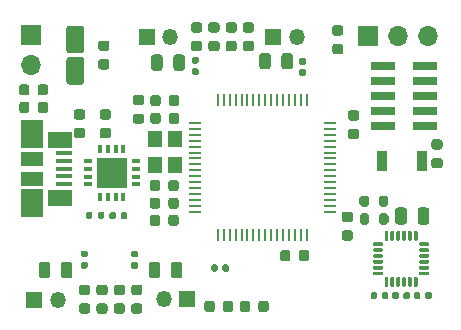
<source format=gbr>
G04 #@! TF.GenerationSoftware,KiCad,Pcbnew,(5.1.8)-1*
G04 #@! TF.CreationDate,2020-11-28T11:44:15-05:00*
G04 #@! TF.ProjectId,STM32_SMD_Quadcopter,53544d33-325f-4534-9d44-5f5175616463,rev?*
G04 #@! TF.SameCoordinates,PX2daf690PY1aab7d8*
G04 #@! TF.FileFunction,Soldermask,Top*
G04 #@! TF.FilePolarity,Negative*
%FSLAX46Y46*%
G04 Gerber Fmt 4.6, Leading zero omitted, Abs format (unit mm)*
G04 Created by KiCad (PCBNEW (5.1.8)-1) date 2020-11-28 11:44:15*
%MOMM*%
%LPD*%
G01*
G04 APERTURE LIST*
%ADD10R,1.000000X0.250000*%
%ADD11R,0.250000X1.000000*%
%ADD12R,0.350000X0.800000*%
%ADD13R,0.800000X0.350000*%
%ADD14R,2.500000X2.500000*%
%ADD15R,1.700000X1.700000*%
%ADD16O,1.700000X1.700000*%
%ADD17R,1.900000X1.175000*%
%ADD18R,1.900000X2.375000*%
%ADD19R,2.100000X1.475000*%
%ADD20R,1.380000X0.450000*%
%ADD21R,1.350000X1.350000*%
%ADD22O,1.350000X1.350000*%
%ADD23R,0.900000X1.700000*%
%ADD24R,2.100000X0.750000*%
%ADD25R,1.200000X1.400000*%
G04 APERTURE END LIST*
G36*
G01*
X33424400Y-23274200D02*
X33424400Y-23614200D01*
G75*
G02*
X33284400Y-23754200I-140000J0D01*
G01*
X33004400Y-23754200D01*
G75*
G02*
X32864400Y-23614200I0J140000D01*
G01*
X32864400Y-23274200D01*
G75*
G02*
X33004400Y-23134200I140000J0D01*
G01*
X33284400Y-23134200D01*
G75*
G02*
X33424400Y-23274200I0J-140000D01*
G01*
G37*
G36*
G01*
X32464400Y-23274200D02*
X32464400Y-23614200D01*
G75*
G02*
X32324400Y-23754200I-140000J0D01*
G01*
X32044400Y-23754200D01*
G75*
G02*
X31904400Y-23614200I0J140000D01*
G01*
X31904400Y-23274200D01*
G75*
G02*
X32044400Y-23134200I140000J0D01*
G01*
X32324400Y-23134200D01*
G75*
G02*
X32464400Y-23274200I0J-140000D01*
G01*
G37*
G36*
G01*
X30283600Y-19153700D02*
X30283600Y-19003700D01*
G75*
G02*
X30358600Y-18928700I75000J0D01*
G01*
X31058600Y-18928700D01*
G75*
G02*
X31133600Y-19003700I0J-75000D01*
G01*
X31133600Y-19153700D01*
G75*
G02*
X31058600Y-19228700I-75000J0D01*
G01*
X30358600Y-19228700D01*
G75*
G02*
X30283600Y-19153700I0J75000D01*
G01*
G37*
G36*
G01*
X30283600Y-19653700D02*
X30283600Y-19503700D01*
G75*
G02*
X30358600Y-19428700I75000J0D01*
G01*
X31058600Y-19428700D01*
G75*
G02*
X31133600Y-19503700I0J-75000D01*
G01*
X31133600Y-19653700D01*
G75*
G02*
X31058600Y-19728700I-75000J0D01*
G01*
X30358600Y-19728700D01*
G75*
G02*
X30283600Y-19653700I0J75000D01*
G01*
G37*
G36*
G01*
X30283600Y-20153700D02*
X30283600Y-20003700D01*
G75*
G02*
X30358600Y-19928700I75000J0D01*
G01*
X31058600Y-19928700D01*
G75*
G02*
X31133600Y-20003700I0J-75000D01*
G01*
X31133600Y-20153700D01*
G75*
G02*
X31058600Y-20228700I-75000J0D01*
G01*
X30358600Y-20228700D01*
G75*
G02*
X30283600Y-20153700I0J75000D01*
G01*
G37*
G36*
G01*
X30283600Y-20653700D02*
X30283600Y-20503700D01*
G75*
G02*
X30358600Y-20428700I75000J0D01*
G01*
X31058600Y-20428700D01*
G75*
G02*
X31133600Y-20503700I0J-75000D01*
G01*
X31133600Y-20653700D01*
G75*
G02*
X31058600Y-20728700I-75000J0D01*
G01*
X30358600Y-20728700D01*
G75*
G02*
X30283600Y-20653700I0J75000D01*
G01*
G37*
G36*
G01*
X30283600Y-21153700D02*
X30283600Y-21003700D01*
G75*
G02*
X30358600Y-20928700I75000J0D01*
G01*
X31058600Y-20928700D01*
G75*
G02*
X31133600Y-21003700I0J-75000D01*
G01*
X31133600Y-21153700D01*
G75*
G02*
X31058600Y-21228700I-75000J0D01*
G01*
X30358600Y-21228700D01*
G75*
G02*
X30283600Y-21153700I0J75000D01*
G01*
G37*
G36*
G01*
X30283600Y-21653700D02*
X30283600Y-21503700D01*
G75*
G02*
X30358600Y-21428700I75000J0D01*
G01*
X31058600Y-21428700D01*
G75*
G02*
X31133600Y-21503700I0J-75000D01*
G01*
X31133600Y-21653700D01*
G75*
G02*
X31058600Y-21728700I-75000J0D01*
G01*
X30358600Y-21728700D01*
G75*
G02*
X30283600Y-21653700I0J75000D01*
G01*
G37*
G36*
G01*
X31483600Y-22703700D02*
X31333600Y-22703700D01*
G75*
G02*
X31258600Y-22628700I0J75000D01*
G01*
X31258600Y-21928700D01*
G75*
G02*
X31333600Y-21853700I75000J0D01*
G01*
X31483600Y-21853700D01*
G75*
G02*
X31558600Y-21928700I0J-75000D01*
G01*
X31558600Y-22628700D01*
G75*
G02*
X31483600Y-22703700I-75000J0D01*
G01*
G37*
G36*
G01*
X31983600Y-22703700D02*
X31833600Y-22703700D01*
G75*
G02*
X31758600Y-22628700I0J75000D01*
G01*
X31758600Y-21928700D01*
G75*
G02*
X31833600Y-21853700I75000J0D01*
G01*
X31983600Y-21853700D01*
G75*
G02*
X32058600Y-21928700I0J-75000D01*
G01*
X32058600Y-22628700D01*
G75*
G02*
X31983600Y-22703700I-75000J0D01*
G01*
G37*
G36*
G01*
X32483600Y-22703700D02*
X32333600Y-22703700D01*
G75*
G02*
X32258600Y-22628700I0J75000D01*
G01*
X32258600Y-21928700D01*
G75*
G02*
X32333600Y-21853700I75000J0D01*
G01*
X32483600Y-21853700D01*
G75*
G02*
X32558600Y-21928700I0J-75000D01*
G01*
X32558600Y-22628700D01*
G75*
G02*
X32483600Y-22703700I-75000J0D01*
G01*
G37*
G36*
G01*
X32983600Y-22703700D02*
X32833600Y-22703700D01*
G75*
G02*
X32758600Y-22628700I0J75000D01*
G01*
X32758600Y-21928700D01*
G75*
G02*
X32833600Y-21853700I75000J0D01*
G01*
X32983600Y-21853700D01*
G75*
G02*
X33058600Y-21928700I0J-75000D01*
G01*
X33058600Y-22628700D01*
G75*
G02*
X32983600Y-22703700I-75000J0D01*
G01*
G37*
G36*
G01*
X33483600Y-22703700D02*
X33333600Y-22703700D01*
G75*
G02*
X33258600Y-22628700I0J75000D01*
G01*
X33258600Y-21928700D01*
G75*
G02*
X33333600Y-21853700I75000J0D01*
G01*
X33483600Y-21853700D01*
G75*
G02*
X33558600Y-21928700I0J-75000D01*
G01*
X33558600Y-22628700D01*
G75*
G02*
X33483600Y-22703700I-75000J0D01*
G01*
G37*
G36*
G01*
X33983600Y-22703700D02*
X33833600Y-22703700D01*
G75*
G02*
X33758600Y-22628700I0J75000D01*
G01*
X33758600Y-21928700D01*
G75*
G02*
X33833600Y-21853700I75000J0D01*
G01*
X33983600Y-21853700D01*
G75*
G02*
X34058600Y-21928700I0J-75000D01*
G01*
X34058600Y-22628700D01*
G75*
G02*
X33983600Y-22703700I-75000J0D01*
G01*
G37*
G36*
G01*
X34183600Y-21653700D02*
X34183600Y-21503700D01*
G75*
G02*
X34258600Y-21428700I75000J0D01*
G01*
X34958600Y-21428700D01*
G75*
G02*
X35033600Y-21503700I0J-75000D01*
G01*
X35033600Y-21653700D01*
G75*
G02*
X34958600Y-21728700I-75000J0D01*
G01*
X34258600Y-21728700D01*
G75*
G02*
X34183600Y-21653700I0J75000D01*
G01*
G37*
G36*
G01*
X34183600Y-21153700D02*
X34183600Y-21003700D01*
G75*
G02*
X34258600Y-20928700I75000J0D01*
G01*
X34958600Y-20928700D01*
G75*
G02*
X35033600Y-21003700I0J-75000D01*
G01*
X35033600Y-21153700D01*
G75*
G02*
X34958600Y-21228700I-75000J0D01*
G01*
X34258600Y-21228700D01*
G75*
G02*
X34183600Y-21153700I0J75000D01*
G01*
G37*
G36*
G01*
X34183600Y-20653700D02*
X34183600Y-20503700D01*
G75*
G02*
X34258600Y-20428700I75000J0D01*
G01*
X34958600Y-20428700D01*
G75*
G02*
X35033600Y-20503700I0J-75000D01*
G01*
X35033600Y-20653700D01*
G75*
G02*
X34958600Y-20728700I-75000J0D01*
G01*
X34258600Y-20728700D01*
G75*
G02*
X34183600Y-20653700I0J75000D01*
G01*
G37*
G36*
G01*
X34183600Y-20153700D02*
X34183600Y-20003700D01*
G75*
G02*
X34258600Y-19928700I75000J0D01*
G01*
X34958600Y-19928700D01*
G75*
G02*
X35033600Y-20003700I0J-75000D01*
G01*
X35033600Y-20153700D01*
G75*
G02*
X34958600Y-20228700I-75000J0D01*
G01*
X34258600Y-20228700D01*
G75*
G02*
X34183600Y-20153700I0J75000D01*
G01*
G37*
G36*
G01*
X34183600Y-19653700D02*
X34183600Y-19503700D01*
G75*
G02*
X34258600Y-19428700I75000J0D01*
G01*
X34958600Y-19428700D01*
G75*
G02*
X35033600Y-19503700I0J-75000D01*
G01*
X35033600Y-19653700D01*
G75*
G02*
X34958600Y-19728700I-75000J0D01*
G01*
X34258600Y-19728700D01*
G75*
G02*
X34183600Y-19653700I0J75000D01*
G01*
G37*
G36*
G01*
X34183600Y-19153700D02*
X34183600Y-19003700D01*
G75*
G02*
X34258600Y-18928700I75000J0D01*
G01*
X34958600Y-18928700D01*
G75*
G02*
X35033600Y-19003700I0J-75000D01*
G01*
X35033600Y-19153700D01*
G75*
G02*
X34958600Y-19228700I-75000J0D01*
G01*
X34258600Y-19228700D01*
G75*
G02*
X34183600Y-19153700I0J75000D01*
G01*
G37*
G36*
G01*
X33983600Y-18803700D02*
X33833600Y-18803700D01*
G75*
G02*
X33758600Y-18728700I0J75000D01*
G01*
X33758600Y-18028700D01*
G75*
G02*
X33833600Y-17953700I75000J0D01*
G01*
X33983600Y-17953700D01*
G75*
G02*
X34058600Y-18028700I0J-75000D01*
G01*
X34058600Y-18728700D01*
G75*
G02*
X33983600Y-18803700I-75000J0D01*
G01*
G37*
G36*
G01*
X33483600Y-18803700D02*
X33333600Y-18803700D01*
G75*
G02*
X33258600Y-18728700I0J75000D01*
G01*
X33258600Y-18028700D01*
G75*
G02*
X33333600Y-17953700I75000J0D01*
G01*
X33483600Y-17953700D01*
G75*
G02*
X33558600Y-18028700I0J-75000D01*
G01*
X33558600Y-18728700D01*
G75*
G02*
X33483600Y-18803700I-75000J0D01*
G01*
G37*
G36*
G01*
X32983600Y-18803700D02*
X32833600Y-18803700D01*
G75*
G02*
X32758600Y-18728700I0J75000D01*
G01*
X32758600Y-18028700D01*
G75*
G02*
X32833600Y-17953700I75000J0D01*
G01*
X32983600Y-17953700D01*
G75*
G02*
X33058600Y-18028700I0J-75000D01*
G01*
X33058600Y-18728700D01*
G75*
G02*
X32983600Y-18803700I-75000J0D01*
G01*
G37*
G36*
G01*
X32483600Y-18803700D02*
X32333600Y-18803700D01*
G75*
G02*
X32258600Y-18728700I0J75000D01*
G01*
X32258600Y-18028700D01*
G75*
G02*
X32333600Y-17953700I75000J0D01*
G01*
X32483600Y-17953700D01*
G75*
G02*
X32558600Y-18028700I0J-75000D01*
G01*
X32558600Y-18728700D01*
G75*
G02*
X32483600Y-18803700I-75000J0D01*
G01*
G37*
G36*
G01*
X31983600Y-18803700D02*
X31833600Y-18803700D01*
G75*
G02*
X31758600Y-18728700I0J75000D01*
G01*
X31758600Y-18028700D01*
G75*
G02*
X31833600Y-17953700I75000J0D01*
G01*
X31983600Y-17953700D01*
G75*
G02*
X32058600Y-18028700I0J-75000D01*
G01*
X32058600Y-18728700D01*
G75*
G02*
X31983600Y-18803700I-75000J0D01*
G01*
G37*
G36*
G01*
X31483600Y-18803700D02*
X31333600Y-18803700D01*
G75*
G02*
X31258600Y-18728700I0J75000D01*
G01*
X31258600Y-18028700D01*
G75*
G02*
X31333600Y-17953700I75000J0D01*
G01*
X31483600Y-17953700D01*
G75*
G02*
X31558600Y-18028700I0J-75000D01*
G01*
X31558600Y-18728700D01*
G75*
G02*
X31483600Y-18803700I-75000J0D01*
G01*
G37*
G36*
G01*
X5179350Y-7664900D02*
X5691850Y-7664900D01*
G75*
G02*
X5910600Y-7883650I0J-218750D01*
G01*
X5910600Y-8321150D01*
G75*
G02*
X5691850Y-8539900I-218750J0D01*
G01*
X5179350Y-8539900D01*
G75*
G02*
X4960600Y-8321150I0J218750D01*
G01*
X4960600Y-7883650D01*
G75*
G02*
X5179350Y-7664900I218750J0D01*
G01*
G37*
G36*
G01*
X5179350Y-9239900D02*
X5691850Y-9239900D01*
G75*
G02*
X5910600Y-9458650I0J-218750D01*
G01*
X5910600Y-9896150D01*
G75*
G02*
X5691850Y-10114900I-218750J0D01*
G01*
X5179350Y-10114900D01*
G75*
G02*
X4960600Y-9896150I0J218750D01*
G01*
X4960600Y-9458650D01*
G75*
G02*
X5179350Y-9239900I218750J0D01*
G01*
G37*
D10*
X15204200Y-8823000D03*
X15204200Y-9323000D03*
X15204200Y-9823000D03*
X15204200Y-10323000D03*
X15204200Y-10823000D03*
X15204200Y-11323000D03*
X15204200Y-11823000D03*
X15204200Y-12323000D03*
X15204200Y-12823000D03*
X15204200Y-13323000D03*
X15204200Y-13823000D03*
X15204200Y-14323000D03*
X15204200Y-14823000D03*
X15204200Y-15323000D03*
X15204200Y-15823000D03*
X15204200Y-16323000D03*
D11*
X17154200Y-18273000D03*
X17654200Y-18273000D03*
X18154200Y-18273000D03*
X18654200Y-18273000D03*
X19154200Y-18273000D03*
X19654200Y-18273000D03*
X20154200Y-18273000D03*
X20654200Y-18273000D03*
X21154200Y-18273000D03*
X21654200Y-18273000D03*
X22154200Y-18273000D03*
X22654200Y-18273000D03*
X23154200Y-18273000D03*
X23654200Y-18273000D03*
X24154200Y-18273000D03*
X24654200Y-18273000D03*
D10*
X26604200Y-16323000D03*
X26604200Y-15823000D03*
X26604200Y-15323000D03*
X26604200Y-14823000D03*
X26604200Y-14323000D03*
X26604200Y-13823000D03*
X26604200Y-13323000D03*
X26604200Y-12823000D03*
X26604200Y-12323000D03*
X26604200Y-11823000D03*
X26604200Y-11323000D03*
X26604200Y-10823000D03*
X26604200Y-10323000D03*
X26604200Y-9823000D03*
X26604200Y-9323000D03*
X26604200Y-8823000D03*
D11*
X24654200Y-6873000D03*
X24154200Y-6873000D03*
X23654200Y-6873000D03*
X23154200Y-6873000D03*
X22654200Y-6873000D03*
X22154200Y-6873000D03*
X21654200Y-6873000D03*
X21154200Y-6873000D03*
X20654200Y-6873000D03*
X20154200Y-6873000D03*
X19654200Y-6873000D03*
X19154200Y-6873000D03*
X18654200Y-6873000D03*
X18154200Y-6873000D03*
X17654200Y-6873000D03*
X17154200Y-6873000D03*
D12*
X9153800Y-11055600D03*
X8503800Y-11055600D03*
X7853800Y-11055600D03*
X7203800Y-11055600D03*
D13*
X6178800Y-12080600D03*
X6178800Y-12730600D03*
X6178800Y-13380600D03*
X6178800Y-14030600D03*
D12*
X7203800Y-15055600D03*
X7853800Y-15055600D03*
X8503800Y-15055600D03*
X9153800Y-15055600D03*
D13*
X10178800Y-14030600D03*
X10178800Y-13380600D03*
X10178800Y-12730600D03*
X10178800Y-12080600D03*
D14*
X8178800Y-13055600D03*
G36*
G01*
X27048750Y-553100D02*
X27561250Y-553100D01*
G75*
G02*
X27780000Y-771850I0J-218750D01*
G01*
X27780000Y-1209350D01*
G75*
G02*
X27561250Y-1428100I-218750J0D01*
G01*
X27048750Y-1428100D01*
G75*
G02*
X26830000Y-1209350I0J218750D01*
G01*
X26830000Y-771850D01*
G75*
G02*
X27048750Y-553100I218750J0D01*
G01*
G37*
G36*
G01*
X27048750Y-2128100D02*
X27561250Y-2128100D01*
G75*
G02*
X27780000Y-2346850I0J-218750D01*
G01*
X27780000Y-2784350D01*
G75*
G02*
X27561250Y-3003100I-218750J0D01*
G01*
X27048750Y-3003100D01*
G75*
G02*
X26830000Y-2784350I0J218750D01*
G01*
X26830000Y-2346850D01*
G75*
G02*
X27048750Y-2128100I218750J0D01*
G01*
G37*
G36*
G01*
X12999300Y-8689050D02*
X12999300Y-8176550D01*
G75*
G02*
X13218050Y-7957800I218750J0D01*
G01*
X13655550Y-7957800D01*
G75*
G02*
X13874300Y-8176550I0J-218750D01*
G01*
X13874300Y-8689050D01*
G75*
G02*
X13655550Y-8907800I-218750J0D01*
G01*
X13218050Y-8907800D01*
G75*
G02*
X12999300Y-8689050I0J218750D01*
G01*
G37*
G36*
G01*
X11424300Y-8689050D02*
X11424300Y-8176550D01*
G75*
G02*
X11643050Y-7957800I218750J0D01*
G01*
X12080550Y-7957800D01*
G75*
G02*
X12299300Y-8176550I0J-218750D01*
G01*
X12299300Y-8689050D01*
G75*
G02*
X12080550Y-8907800I-218750J0D01*
G01*
X11643050Y-8907800D01*
G75*
G02*
X11424300Y-8689050I0J218750D01*
G01*
G37*
G36*
G01*
X17071050Y-2748900D02*
X16558550Y-2748900D01*
G75*
G02*
X16339800Y-2530150I0J218750D01*
G01*
X16339800Y-2092650D01*
G75*
G02*
X16558550Y-1873900I218750J0D01*
G01*
X17071050Y-1873900D01*
G75*
G02*
X17289800Y-2092650I0J-218750D01*
G01*
X17289800Y-2530150D01*
G75*
G02*
X17071050Y-2748900I-218750J0D01*
G01*
G37*
G36*
G01*
X17071050Y-1173900D02*
X16558550Y-1173900D01*
G75*
G02*
X16339800Y-955150I0J218750D01*
G01*
X16339800Y-517650D01*
G75*
G02*
X16558550Y-298900I218750J0D01*
G01*
X17071050Y-298900D01*
G75*
G02*
X17289800Y-517650I0J-218750D01*
G01*
X17289800Y-955150D01*
G75*
G02*
X17071050Y-1173900I-218750J0D01*
G01*
G37*
D15*
X1346200Y-1346200D03*
D16*
X1346200Y-3886200D03*
D17*
X1454300Y-13540000D03*
X1454300Y-11860000D03*
D18*
X1454300Y-15610000D03*
X1454300Y-9790000D03*
D19*
X3754300Y-15162500D03*
X3754300Y-10237500D03*
D20*
X4114300Y-14000000D03*
X4114300Y-13350000D03*
X4114300Y-12700000D03*
X4114300Y-12050000D03*
X4114300Y-11400000D03*
G36*
G01*
X12273100Y-20828950D02*
X12273100Y-21741450D01*
G75*
G02*
X12029350Y-21985200I-243750J0D01*
G01*
X11541850Y-21985200D01*
G75*
G02*
X11298100Y-21741450I0J243750D01*
G01*
X11298100Y-20828950D01*
G75*
G02*
X11541850Y-20585200I243750J0D01*
G01*
X12029350Y-20585200D01*
G75*
G02*
X12273100Y-20828950I0J-243750D01*
G01*
G37*
G36*
G01*
X14148100Y-20828950D02*
X14148100Y-21741450D01*
G75*
G02*
X13904350Y-21985200I-243750J0D01*
G01*
X13416850Y-21985200D01*
G75*
G02*
X13173100Y-21741450I0J243750D01*
G01*
X13173100Y-20828950D01*
G75*
G02*
X13416850Y-20585200I243750J0D01*
G01*
X13904350Y-20585200D01*
G75*
G02*
X14148100Y-20828950I0J-243750D01*
G01*
G37*
G36*
G01*
X20660300Y-4050350D02*
X20660300Y-3137850D01*
G75*
G02*
X20904050Y-2894100I243750J0D01*
G01*
X21391550Y-2894100D01*
G75*
G02*
X21635300Y-3137850I0J-243750D01*
G01*
X21635300Y-4050350D01*
G75*
G02*
X21391550Y-4294100I-243750J0D01*
G01*
X20904050Y-4294100D01*
G75*
G02*
X20660300Y-4050350I0J243750D01*
G01*
G37*
G36*
G01*
X22535300Y-4050350D02*
X22535300Y-3137850D01*
G75*
G02*
X22779050Y-2894100I243750J0D01*
G01*
X23266550Y-2894100D01*
G75*
G02*
X23510300Y-3137850I0J-243750D01*
G01*
X23510300Y-4050350D01*
G75*
G02*
X23266550Y-4294100I-243750J0D01*
G01*
X22779050Y-4294100D01*
G75*
G02*
X22535300Y-4050350I0J243750D01*
G01*
G37*
G36*
G01*
X28374050Y-17201300D02*
X27861550Y-17201300D01*
G75*
G02*
X27642800Y-16982550I0J218750D01*
G01*
X27642800Y-16545050D01*
G75*
G02*
X27861550Y-16326300I218750J0D01*
G01*
X28374050Y-16326300D01*
G75*
G02*
X28592800Y-16545050I0J-218750D01*
G01*
X28592800Y-16982550D01*
G75*
G02*
X28374050Y-17201300I-218750J0D01*
G01*
G37*
G36*
G01*
X28374050Y-18776300D02*
X27861550Y-18776300D01*
G75*
G02*
X27642800Y-18557550I0J218750D01*
G01*
X27642800Y-18120050D01*
G75*
G02*
X27861550Y-17901300I218750J0D01*
G01*
X28374050Y-17901300D01*
G75*
G02*
X28592800Y-18120050I0J-218750D01*
G01*
X28592800Y-18557550D01*
G75*
G02*
X28374050Y-18776300I-218750J0D01*
G01*
G37*
G36*
G01*
X22422300Y-20309550D02*
X22422300Y-19797050D01*
G75*
G02*
X22641050Y-19578300I218750J0D01*
G01*
X23078550Y-19578300D01*
G75*
G02*
X23297300Y-19797050I0J-218750D01*
G01*
X23297300Y-20309550D01*
G75*
G02*
X23078550Y-20528300I-218750J0D01*
G01*
X22641050Y-20528300D01*
G75*
G02*
X22422300Y-20309550I0J218750D01*
G01*
G37*
G36*
G01*
X23997300Y-20309550D02*
X23997300Y-19797050D01*
G75*
G02*
X24216050Y-19578300I218750J0D01*
G01*
X24653550Y-19578300D01*
G75*
G02*
X24872300Y-19797050I0J-218750D01*
G01*
X24872300Y-20309550D01*
G75*
G02*
X24653550Y-20528300I-218750J0D01*
G01*
X24216050Y-20528300D01*
G75*
G02*
X23997300Y-20309550I0J218750D01*
G01*
G37*
G36*
G01*
X13378600Y-4164650D02*
X13378600Y-3252150D01*
G75*
G02*
X13622350Y-3008400I243750J0D01*
G01*
X14109850Y-3008400D01*
G75*
G02*
X14353600Y-3252150I0J-243750D01*
G01*
X14353600Y-4164650D01*
G75*
G02*
X14109850Y-4408400I-243750J0D01*
G01*
X13622350Y-4408400D01*
G75*
G02*
X13378600Y-4164650I0J243750D01*
G01*
G37*
G36*
G01*
X11503600Y-4164650D02*
X11503600Y-3252150D01*
G75*
G02*
X11747350Y-3008400I243750J0D01*
G01*
X12234850Y-3008400D01*
G75*
G02*
X12478600Y-3252150I0J-243750D01*
G01*
X12478600Y-4164650D01*
G75*
G02*
X12234850Y-4408400I-243750J0D01*
G01*
X11747350Y-4408400D01*
G75*
G02*
X11503600Y-4164650I0J243750D01*
G01*
G37*
G36*
G01*
X7749250Y-4298500D02*
X7236750Y-4298500D01*
G75*
G02*
X7018000Y-4079750I0J218750D01*
G01*
X7018000Y-3642250D01*
G75*
G02*
X7236750Y-3423500I218750J0D01*
G01*
X7749250Y-3423500D01*
G75*
G02*
X7968000Y-3642250I0J-218750D01*
G01*
X7968000Y-4079750D01*
G75*
G02*
X7749250Y-4298500I-218750J0D01*
G01*
G37*
G36*
G01*
X7749250Y-2723500D02*
X7236750Y-2723500D01*
G75*
G02*
X7018000Y-2504750I0J218750D01*
G01*
X7018000Y-2067250D01*
G75*
G02*
X7236750Y-1848500I218750J0D01*
G01*
X7749250Y-1848500D01*
G75*
G02*
X7968000Y-2067250I0J-218750D01*
G01*
X7968000Y-2504750D01*
G75*
G02*
X7749250Y-2723500I-218750J0D01*
G01*
G37*
G36*
G01*
X324300Y-6276050D02*
X324300Y-5763550D01*
G75*
G02*
X543050Y-5544800I218750J0D01*
G01*
X980550Y-5544800D01*
G75*
G02*
X1199300Y-5763550I0J-218750D01*
G01*
X1199300Y-6276050D01*
G75*
G02*
X980550Y-6494800I-218750J0D01*
G01*
X543050Y-6494800D01*
G75*
G02*
X324300Y-6276050I0J218750D01*
G01*
G37*
G36*
G01*
X1899300Y-6276050D02*
X1899300Y-5763550D01*
G75*
G02*
X2118050Y-5544800I218750J0D01*
G01*
X2555550Y-5544800D01*
G75*
G02*
X2774300Y-5763550I0J-218750D01*
G01*
X2774300Y-6276050D01*
G75*
G02*
X2555550Y-6494800I-218750J0D01*
G01*
X2118050Y-6494800D01*
G75*
G02*
X1899300Y-6276050I0J218750D01*
G01*
G37*
G36*
G01*
X12999100Y-7190450D02*
X12999100Y-6677950D01*
G75*
G02*
X13217850Y-6459200I218750J0D01*
G01*
X13655350Y-6459200D01*
G75*
G02*
X13874100Y-6677950I0J-218750D01*
G01*
X13874100Y-7190450D01*
G75*
G02*
X13655350Y-7409200I-218750J0D01*
G01*
X13217850Y-7409200D01*
G75*
G02*
X12999100Y-7190450I0J218750D01*
G01*
G37*
G36*
G01*
X11424100Y-7190450D02*
X11424100Y-6677950D01*
G75*
G02*
X11642850Y-6459200I218750J0D01*
G01*
X12080350Y-6459200D01*
G75*
G02*
X12299100Y-6677950I0J-218750D01*
G01*
X12299100Y-7190450D01*
G75*
G02*
X12080350Y-7409200I-218750J0D01*
G01*
X11642850Y-7409200D01*
G75*
G02*
X11424100Y-7190450I0J218750D01*
G01*
G37*
G36*
G01*
X1980900Y-21741450D02*
X1980900Y-20828950D01*
G75*
G02*
X2224650Y-20585200I243750J0D01*
G01*
X2712150Y-20585200D01*
G75*
G02*
X2955900Y-20828950I0J-243750D01*
G01*
X2955900Y-21741450D01*
G75*
G02*
X2712150Y-21985200I-243750J0D01*
G01*
X2224650Y-21985200D01*
G75*
G02*
X1980900Y-21741450I0J243750D01*
G01*
G37*
G36*
G01*
X3855900Y-21741450D02*
X3855900Y-20828950D01*
G75*
G02*
X4099650Y-20585200I243750J0D01*
G01*
X4587150Y-20585200D01*
G75*
G02*
X4830900Y-20828950I0J-243750D01*
G01*
X4830900Y-21741450D01*
G75*
G02*
X4587150Y-21985200I-243750J0D01*
G01*
X4099650Y-21985200D01*
G75*
G02*
X3855900Y-21741450I0J243750D01*
G01*
G37*
G36*
G01*
X12261000Y-16812550D02*
X12261000Y-17325050D01*
G75*
G02*
X12042250Y-17543800I-218750J0D01*
G01*
X11604750Y-17543800D01*
G75*
G02*
X11386000Y-17325050I0J218750D01*
G01*
X11386000Y-16812550D01*
G75*
G02*
X11604750Y-16593800I218750J0D01*
G01*
X12042250Y-16593800D01*
G75*
G02*
X12261000Y-16812550I0J-218750D01*
G01*
G37*
G36*
G01*
X13836000Y-16812550D02*
X13836000Y-17325050D01*
G75*
G02*
X13617250Y-17543800I-218750J0D01*
G01*
X13179750Y-17543800D01*
G75*
G02*
X12961000Y-17325050I0J218750D01*
G01*
X12961000Y-16812550D01*
G75*
G02*
X13179750Y-16593800I218750J0D01*
G01*
X13617250Y-16593800D01*
G75*
G02*
X13836000Y-16812550I0J-218750D01*
G01*
G37*
G36*
G01*
X7363750Y-7664900D02*
X7876250Y-7664900D01*
G75*
G02*
X8095000Y-7883650I0J-218750D01*
G01*
X8095000Y-8321150D01*
G75*
G02*
X7876250Y-8539900I-218750J0D01*
G01*
X7363750Y-8539900D01*
G75*
G02*
X7145000Y-8321150I0J218750D01*
G01*
X7145000Y-7883650D01*
G75*
G02*
X7363750Y-7664900I218750J0D01*
G01*
G37*
G36*
G01*
X7363750Y-9239900D02*
X7876250Y-9239900D01*
G75*
G02*
X8095000Y-9458650I0J-218750D01*
G01*
X8095000Y-9896150D01*
G75*
G02*
X7876250Y-10114900I-218750J0D01*
G01*
X7363750Y-10114900D01*
G75*
G02*
X7145000Y-9896150I0J218750D01*
G01*
X7145000Y-9458650D01*
G75*
G02*
X7363750Y-9239900I218750J0D01*
G01*
G37*
D21*
X1595489Y-23781302D03*
D22*
X3595489Y-23781302D03*
X12554200Y-23761700D03*
D21*
X14554200Y-23761700D03*
X21818600Y-1536700D03*
D22*
X23818600Y-1536700D03*
X13125200Y-1536700D03*
D21*
X11125200Y-1536700D03*
G36*
G01*
X5611150Y-22523900D02*
X6123650Y-22523900D01*
G75*
G02*
X6342400Y-22742650I0J-218750D01*
G01*
X6342400Y-23180150D01*
G75*
G02*
X6123650Y-23398900I-218750J0D01*
G01*
X5611150Y-23398900D01*
G75*
G02*
X5392400Y-23180150I0J218750D01*
G01*
X5392400Y-22742650D01*
G75*
G02*
X5611150Y-22523900I218750J0D01*
G01*
G37*
G36*
G01*
X5611150Y-24098900D02*
X6123650Y-24098900D01*
G75*
G02*
X6342400Y-24317650I0J-218750D01*
G01*
X6342400Y-24755150D01*
G75*
G02*
X6123650Y-24973900I-218750J0D01*
G01*
X5611150Y-24973900D01*
G75*
G02*
X5392400Y-24755150I0J218750D01*
G01*
X5392400Y-24317650D01*
G75*
G02*
X5611150Y-24098900I218750J0D01*
G01*
G37*
G36*
G01*
X7084350Y-24099100D02*
X7596850Y-24099100D01*
G75*
G02*
X7815600Y-24317850I0J-218750D01*
G01*
X7815600Y-24755350D01*
G75*
G02*
X7596850Y-24974100I-218750J0D01*
G01*
X7084350Y-24974100D01*
G75*
G02*
X6865600Y-24755350I0J218750D01*
G01*
X6865600Y-24317850D01*
G75*
G02*
X7084350Y-24099100I218750J0D01*
G01*
G37*
G36*
G01*
X7084350Y-22524100D02*
X7596850Y-22524100D01*
G75*
G02*
X7815600Y-22742850I0J-218750D01*
G01*
X7815600Y-23180350D01*
G75*
G02*
X7596850Y-23399100I-218750J0D01*
G01*
X7084350Y-23399100D01*
G75*
G02*
X6865600Y-23180350I0J218750D01*
G01*
X6865600Y-22742850D01*
G75*
G02*
X7084350Y-22524100I218750J0D01*
G01*
G37*
G36*
G01*
X1199300Y-7249450D02*
X1199300Y-7761950D01*
G75*
G02*
X980550Y-7980700I-218750J0D01*
G01*
X543050Y-7980700D01*
G75*
G02*
X324300Y-7761950I0J218750D01*
G01*
X324300Y-7249450D01*
G75*
G02*
X543050Y-7030700I218750J0D01*
G01*
X980550Y-7030700D01*
G75*
G02*
X1199300Y-7249450I0J-218750D01*
G01*
G37*
G36*
G01*
X2774300Y-7249450D02*
X2774300Y-7761950D01*
G75*
G02*
X2555550Y-7980700I-218750J0D01*
G01*
X2118050Y-7980700D01*
G75*
G02*
X1899300Y-7761950I0J218750D01*
G01*
X1899300Y-7249450D01*
G75*
G02*
X2118050Y-7030700I218750J0D01*
G01*
X2555550Y-7030700D01*
G75*
G02*
X2774300Y-7249450I0J-218750D01*
G01*
G37*
G36*
G01*
X10682950Y-8895700D02*
X10170450Y-8895700D01*
G75*
G02*
X9951700Y-8676950I0J218750D01*
G01*
X9951700Y-8239450D01*
G75*
G02*
X10170450Y-8020700I218750J0D01*
G01*
X10682950Y-8020700D01*
G75*
G02*
X10901700Y-8239450I0J-218750D01*
G01*
X10901700Y-8676950D01*
G75*
G02*
X10682950Y-8895700I-218750J0D01*
G01*
G37*
G36*
G01*
X10682950Y-7320700D02*
X10170450Y-7320700D01*
G75*
G02*
X9951700Y-7101950I0J218750D01*
G01*
X9951700Y-6664450D01*
G75*
G02*
X10170450Y-6445700I218750J0D01*
G01*
X10682950Y-6445700D01*
G75*
G02*
X10901700Y-6664450I0J-218750D01*
G01*
X10901700Y-7101950D01*
G75*
G02*
X10682950Y-7320700I-218750J0D01*
G01*
G37*
G36*
G01*
X10030750Y-22523900D02*
X10543250Y-22523900D01*
G75*
G02*
X10762000Y-22742650I0J-218750D01*
G01*
X10762000Y-23180150D01*
G75*
G02*
X10543250Y-23398900I-218750J0D01*
G01*
X10030750Y-23398900D01*
G75*
G02*
X9812000Y-23180150I0J218750D01*
G01*
X9812000Y-22742650D01*
G75*
G02*
X10030750Y-22523900I218750J0D01*
G01*
G37*
G36*
G01*
X10030750Y-24098900D02*
X10543250Y-24098900D01*
G75*
G02*
X10762000Y-24317650I0J-218750D01*
G01*
X10762000Y-24755150D01*
G75*
G02*
X10543250Y-24973900I-218750J0D01*
G01*
X10030750Y-24973900D01*
G75*
G02*
X9812000Y-24755150I0J218750D01*
G01*
X9812000Y-24317650D01*
G75*
G02*
X10030750Y-24098900I218750J0D01*
G01*
G37*
G36*
G01*
X8557550Y-24099000D02*
X9070050Y-24099000D01*
G75*
G02*
X9288800Y-24317750I0J-218750D01*
G01*
X9288800Y-24755250D01*
G75*
G02*
X9070050Y-24974000I-218750J0D01*
G01*
X8557550Y-24974000D01*
G75*
G02*
X8338800Y-24755250I0J218750D01*
G01*
X8338800Y-24317750D01*
G75*
G02*
X8557550Y-24099000I218750J0D01*
G01*
G37*
G36*
G01*
X8557550Y-22524000D02*
X9070050Y-22524000D01*
G75*
G02*
X9288800Y-22742750I0J-218750D01*
G01*
X9288800Y-23180250D01*
G75*
G02*
X9070050Y-23399000I-218750J0D01*
G01*
X8557550Y-23399000D01*
G75*
G02*
X8338800Y-23180250I0J218750D01*
G01*
X8338800Y-22742750D01*
G75*
G02*
X8557550Y-22524000I218750J0D01*
G01*
G37*
G36*
G01*
X19992050Y-1174000D02*
X19479550Y-1174000D01*
G75*
G02*
X19260800Y-955250I0J218750D01*
G01*
X19260800Y-517750D01*
G75*
G02*
X19479550Y-299000I218750J0D01*
G01*
X19992050Y-299000D01*
G75*
G02*
X20210800Y-517750I0J-218750D01*
G01*
X20210800Y-955250D01*
G75*
G02*
X19992050Y-1174000I-218750J0D01*
G01*
G37*
G36*
G01*
X19992050Y-2749000D02*
X19479550Y-2749000D01*
G75*
G02*
X19260800Y-2530250I0J218750D01*
G01*
X19260800Y-2092750D01*
G75*
G02*
X19479550Y-1874000I218750J0D01*
G01*
X19992050Y-1874000D01*
G75*
G02*
X20210800Y-2092750I0J-218750D01*
G01*
X20210800Y-2530250D01*
G75*
G02*
X19992050Y-2749000I-218750J0D01*
G01*
G37*
G36*
G01*
X18531550Y-2749100D02*
X18019050Y-2749100D01*
G75*
G02*
X17800300Y-2530350I0J218750D01*
G01*
X17800300Y-2092850D01*
G75*
G02*
X18019050Y-1874100I218750J0D01*
G01*
X18531550Y-1874100D01*
G75*
G02*
X18750300Y-2092850I0J-218750D01*
G01*
X18750300Y-2530350D01*
G75*
G02*
X18531550Y-2749100I-218750J0D01*
G01*
G37*
G36*
G01*
X18531550Y-1174100D02*
X18019050Y-1174100D01*
G75*
G02*
X17800300Y-955350I0J218750D01*
G01*
X17800300Y-517850D01*
G75*
G02*
X18019050Y-299100I218750J0D01*
G01*
X18531550Y-299100D01*
G75*
G02*
X18750300Y-517850I0J-218750D01*
G01*
X18750300Y-955350D01*
G75*
G02*
X18531550Y-1174100I-218750J0D01*
G01*
G37*
G36*
G01*
X15610550Y-1174000D02*
X15098050Y-1174000D01*
G75*
G02*
X14879300Y-955250I0J218750D01*
G01*
X14879300Y-517750D01*
G75*
G02*
X15098050Y-299000I218750J0D01*
G01*
X15610550Y-299000D01*
G75*
G02*
X15829300Y-517750I0J-218750D01*
G01*
X15829300Y-955250D01*
G75*
G02*
X15610550Y-1174000I-218750J0D01*
G01*
G37*
G36*
G01*
X15610550Y-2749000D02*
X15098050Y-2749000D01*
G75*
G02*
X14879300Y-2530250I0J218750D01*
G01*
X14879300Y-2092750D01*
G75*
G02*
X15098050Y-1874000I218750J0D01*
G01*
X15610550Y-1874000D01*
G75*
G02*
X15829300Y-2092750I0J-218750D01*
G01*
X15829300Y-2530250D01*
G75*
G02*
X15610550Y-2749000I-218750J0D01*
G01*
G37*
G36*
G01*
X12261100Y-15352050D02*
X12261100Y-15864550D01*
G75*
G02*
X12042350Y-16083300I-218750J0D01*
G01*
X11604850Y-16083300D01*
G75*
G02*
X11386100Y-15864550I0J218750D01*
G01*
X11386100Y-15352050D01*
G75*
G02*
X11604850Y-15133300I218750J0D01*
G01*
X12042350Y-15133300D01*
G75*
G02*
X12261100Y-15352050I0J-218750D01*
G01*
G37*
G36*
G01*
X13836100Y-15352050D02*
X13836100Y-15864550D01*
G75*
G02*
X13617350Y-16083300I-218750J0D01*
G01*
X13179850Y-16083300D01*
G75*
G02*
X12961100Y-15864550I0J218750D01*
G01*
X12961100Y-15352050D01*
G75*
G02*
X13179850Y-15133300I218750J0D01*
G01*
X13617350Y-15133300D01*
G75*
G02*
X13836100Y-15352050I0J-218750D01*
G01*
G37*
G36*
G01*
X35443450Y-10205000D02*
X35955950Y-10205000D01*
G75*
G02*
X36174700Y-10423750I0J-218750D01*
G01*
X36174700Y-10861250D01*
G75*
G02*
X35955950Y-11080000I-218750J0D01*
G01*
X35443450Y-11080000D01*
G75*
G02*
X35224700Y-10861250I0J218750D01*
G01*
X35224700Y-10423750D01*
G75*
G02*
X35443450Y-10205000I218750J0D01*
G01*
G37*
G36*
G01*
X35443450Y-11780000D02*
X35955950Y-11780000D01*
G75*
G02*
X36174700Y-11998750I0J-218750D01*
G01*
X36174700Y-12436250D01*
G75*
G02*
X35955950Y-12655000I-218750J0D01*
G01*
X35443450Y-12655000D01*
G75*
G02*
X35224700Y-12436250I0J218750D01*
G01*
X35224700Y-11998750D01*
G75*
G02*
X35443450Y-11780000I218750J0D01*
G01*
G37*
D23*
X31017000Y-12039600D03*
X34417000Y-12039600D03*
G36*
G01*
X5580000Y-5577600D02*
X4580000Y-5577600D01*
G75*
G02*
X4330000Y-5327600I0J250000D01*
G01*
X4330000Y-3477600D01*
G75*
G02*
X4580000Y-3227600I250000J0D01*
G01*
X5580000Y-3227600D01*
G75*
G02*
X5830000Y-3477600I0J-250000D01*
G01*
X5830000Y-5327600D01*
G75*
G02*
X5580000Y-5577600I-250000J0D01*
G01*
G37*
G36*
G01*
X5580000Y-2927600D02*
X4580000Y-2927600D01*
G75*
G02*
X4330000Y-2677600I0J250000D01*
G01*
X4330000Y-827600D01*
G75*
G02*
X4580000Y-577600I250000J0D01*
G01*
X5580000Y-577600D01*
G75*
G02*
X5830000Y-827600I0J-250000D01*
G01*
X5830000Y-2677600D01*
G75*
G02*
X5580000Y-2927600I-250000J0D01*
G01*
G37*
G36*
G01*
X28382250Y-9316100D02*
X28894750Y-9316100D01*
G75*
G02*
X29113500Y-9534850I0J-218750D01*
G01*
X29113500Y-9972350D01*
G75*
G02*
X28894750Y-10191100I-218750J0D01*
G01*
X28382250Y-10191100D01*
G75*
G02*
X28163500Y-9972350I0J218750D01*
G01*
X28163500Y-9534850D01*
G75*
G02*
X28382250Y-9316100I218750J0D01*
G01*
G37*
G36*
G01*
X28382250Y-7741100D02*
X28894750Y-7741100D01*
G75*
G02*
X29113500Y-7959850I0J-218750D01*
G01*
X29113500Y-8397350D01*
G75*
G02*
X28894750Y-8616100I-218750J0D01*
G01*
X28382250Y-8616100D01*
G75*
G02*
X28163500Y-8397350I0J218750D01*
G01*
X28163500Y-7959850D01*
G75*
G02*
X28382250Y-7741100I218750J0D01*
G01*
G37*
G36*
G01*
X13823500Y-13866150D02*
X13823500Y-14378650D01*
G75*
G02*
X13604750Y-14597400I-218750J0D01*
G01*
X13167250Y-14597400D01*
G75*
G02*
X12948500Y-14378650I0J218750D01*
G01*
X12948500Y-13866150D01*
G75*
G02*
X13167250Y-13647400I218750J0D01*
G01*
X13604750Y-13647400D01*
G75*
G02*
X13823500Y-13866150I0J-218750D01*
G01*
G37*
G36*
G01*
X12248500Y-13866150D02*
X12248500Y-14378650D01*
G75*
G02*
X12029750Y-14597400I-218750J0D01*
G01*
X11592250Y-14597400D01*
G75*
G02*
X11373500Y-14378650I0J218750D01*
G01*
X11373500Y-13866150D01*
G75*
G02*
X11592250Y-13647400I218750J0D01*
G01*
X12029750Y-13647400D01*
G75*
G02*
X12248500Y-13866150I0J-218750D01*
G01*
G37*
D15*
X29845000Y-1473200D03*
D16*
X32385000Y-1473200D03*
X34925000Y-1473200D03*
G36*
G01*
X17583800Y-24614850D02*
X17583800Y-24102350D01*
G75*
G02*
X17802550Y-23883600I218750J0D01*
G01*
X18240050Y-23883600D01*
G75*
G02*
X18458800Y-24102350I0J-218750D01*
G01*
X18458800Y-24614850D01*
G75*
G02*
X18240050Y-24833600I-218750J0D01*
G01*
X17802550Y-24833600D01*
G75*
G02*
X17583800Y-24614850I0J218750D01*
G01*
G37*
G36*
G01*
X16008800Y-24614850D02*
X16008800Y-24102350D01*
G75*
G02*
X16227550Y-23883600I218750J0D01*
G01*
X16665050Y-23883600D01*
G75*
G02*
X16883800Y-24102350I0J-218750D01*
G01*
X16883800Y-24614850D01*
G75*
G02*
X16665050Y-24833600I-218750J0D01*
G01*
X16227550Y-24833600D01*
G75*
G02*
X16008800Y-24614850I0J218750D01*
G01*
G37*
G36*
G01*
X18993400Y-24614850D02*
X18993400Y-24102350D01*
G75*
G02*
X19212150Y-23883600I218750J0D01*
G01*
X19649650Y-23883600D01*
G75*
G02*
X19868400Y-24102350I0J-218750D01*
G01*
X19868400Y-24614850D01*
G75*
G02*
X19649650Y-24833600I-218750J0D01*
G01*
X19212150Y-24833600D01*
G75*
G02*
X18993400Y-24614850I0J218750D01*
G01*
G37*
G36*
G01*
X20568400Y-24614850D02*
X20568400Y-24102350D01*
G75*
G02*
X20787150Y-23883600I218750J0D01*
G01*
X21224650Y-23883600D01*
G75*
G02*
X21443400Y-24102350I0J-218750D01*
G01*
X21443400Y-24614850D01*
G75*
G02*
X21224650Y-24833600I-218750J0D01*
G01*
X20787150Y-24833600D01*
G75*
G02*
X20568400Y-24614850I0J218750D01*
G01*
G37*
D24*
X34693000Y-4038600D03*
X31093000Y-4038600D03*
X34693000Y-5308600D03*
X31093000Y-5308600D03*
X34693000Y-6578600D03*
X31093000Y-6578600D03*
X34693000Y-7848600D03*
X31093000Y-7848600D03*
X34693000Y-9118600D03*
X31093000Y-9118600D03*
D25*
X11799200Y-10177600D03*
X11799200Y-12377600D03*
X13499200Y-12377600D03*
X13499200Y-10177600D03*
G36*
G01*
X6516400Y-16464700D02*
X6516400Y-16834700D01*
G75*
G02*
X6381400Y-16969700I-135000J0D01*
G01*
X6111400Y-16969700D01*
G75*
G02*
X5976400Y-16834700I0J135000D01*
G01*
X5976400Y-16464700D01*
G75*
G02*
X6111400Y-16329700I135000J0D01*
G01*
X6381400Y-16329700D01*
G75*
G02*
X6516400Y-16464700I0J-135000D01*
G01*
G37*
G36*
G01*
X7536400Y-16464700D02*
X7536400Y-16834700D01*
G75*
G02*
X7401400Y-16969700I-135000J0D01*
G01*
X7131400Y-16969700D01*
G75*
G02*
X6996400Y-16834700I0J135000D01*
G01*
X6996400Y-16464700D01*
G75*
G02*
X7131400Y-16329700I135000J0D01*
G01*
X7401400Y-16329700D01*
G75*
G02*
X7536400Y-16464700I0J-135000D01*
G01*
G37*
G36*
G01*
X5672000Y-20593600D02*
X6012000Y-20593600D01*
G75*
G02*
X6152000Y-20733600I0J-140000D01*
G01*
X6152000Y-21013600D01*
G75*
G02*
X6012000Y-21153600I-140000J0D01*
G01*
X5672000Y-21153600D01*
G75*
G02*
X5532000Y-21013600I0J140000D01*
G01*
X5532000Y-20733600D01*
G75*
G02*
X5672000Y-20593600I140000J0D01*
G01*
G37*
G36*
G01*
X5672000Y-19633600D02*
X6012000Y-19633600D01*
G75*
G02*
X6152000Y-19773600I0J-140000D01*
G01*
X6152000Y-20053600D01*
G75*
G02*
X6012000Y-20193600I-140000J0D01*
G01*
X5672000Y-20193600D01*
G75*
G02*
X5532000Y-20053600I0J140000D01*
G01*
X5532000Y-19773600D01*
G75*
G02*
X5672000Y-19633600I140000J0D01*
G01*
G37*
G36*
G01*
X9939200Y-19646300D02*
X10279200Y-19646300D01*
G75*
G02*
X10419200Y-19786300I0J-140000D01*
G01*
X10419200Y-20066300D01*
G75*
G02*
X10279200Y-20206300I-140000J0D01*
G01*
X9939200Y-20206300D01*
G75*
G02*
X9799200Y-20066300I0J140000D01*
G01*
X9799200Y-19786300D01*
G75*
G02*
X9939200Y-19646300I140000J0D01*
G01*
G37*
G36*
G01*
X9939200Y-20606300D02*
X10279200Y-20606300D01*
G75*
G02*
X10419200Y-20746300I0J-140000D01*
G01*
X10419200Y-21026300D01*
G75*
G02*
X10279200Y-21166300I-140000J0D01*
G01*
X9939200Y-21166300D01*
G75*
G02*
X9799200Y-21026300I0J140000D01*
G01*
X9799200Y-20746300D01*
G75*
G02*
X9939200Y-20606300I140000J0D01*
G01*
G37*
G36*
G01*
X35253200Y-23274200D02*
X35253200Y-23614200D01*
G75*
G02*
X35113200Y-23754200I-140000J0D01*
G01*
X34833200Y-23754200D01*
G75*
G02*
X34693200Y-23614200I0J140000D01*
G01*
X34693200Y-23274200D01*
G75*
G02*
X34833200Y-23134200I140000J0D01*
G01*
X35113200Y-23134200D01*
G75*
G02*
X35253200Y-23274200I0J-140000D01*
G01*
G37*
G36*
G01*
X34293200Y-23274200D02*
X34293200Y-23614200D01*
G75*
G02*
X34153200Y-23754200I-140000J0D01*
G01*
X33873200Y-23754200D01*
G75*
G02*
X33733200Y-23614200I0J140000D01*
G01*
X33733200Y-23274200D01*
G75*
G02*
X33873200Y-23134200I140000J0D01*
G01*
X34153200Y-23134200D01*
G75*
G02*
X34293200Y-23274200I0J-140000D01*
G01*
G37*
G36*
G01*
X24477800Y-3879300D02*
X24137800Y-3879300D01*
G75*
G02*
X23997800Y-3739300I0J140000D01*
G01*
X23997800Y-3459300D01*
G75*
G02*
X24137800Y-3319300I140000J0D01*
G01*
X24477800Y-3319300D01*
G75*
G02*
X24617800Y-3459300I0J-140000D01*
G01*
X24617800Y-3739300D01*
G75*
G02*
X24477800Y-3879300I-140000J0D01*
G01*
G37*
G36*
G01*
X24477800Y-4839300D02*
X24137800Y-4839300D01*
G75*
G02*
X23997800Y-4699300I0J140000D01*
G01*
X23997800Y-4419300D01*
G75*
G02*
X24137800Y-4279300I140000J0D01*
G01*
X24477800Y-4279300D01*
G75*
G02*
X24617800Y-4419300I0J-140000D01*
G01*
X24617800Y-4699300D01*
G75*
G02*
X24477800Y-4839300I-140000J0D01*
G01*
G37*
G36*
G01*
X17138100Y-20937400D02*
X17138100Y-21277400D01*
G75*
G02*
X16998100Y-21417400I-140000J0D01*
G01*
X16718100Y-21417400D01*
G75*
G02*
X16578100Y-21277400I0J140000D01*
G01*
X16578100Y-20937400D01*
G75*
G02*
X16718100Y-20797400I140000J0D01*
G01*
X16998100Y-20797400D01*
G75*
G02*
X17138100Y-20937400I0J-140000D01*
G01*
G37*
G36*
G01*
X18098100Y-20937400D02*
X18098100Y-21277400D01*
G75*
G02*
X17958100Y-21417400I-140000J0D01*
G01*
X17678100Y-21417400D01*
G75*
G02*
X17538100Y-21277400I0J140000D01*
G01*
X17538100Y-20937400D01*
G75*
G02*
X17678100Y-20797400I140000J0D01*
G01*
X17958100Y-20797400D01*
G75*
G02*
X18098100Y-20937400I0J-140000D01*
G01*
G37*
G36*
G01*
X8522300Y-16505100D02*
X8522300Y-16845100D01*
G75*
G02*
X8382300Y-16985100I-140000J0D01*
G01*
X8102300Y-16985100D01*
G75*
G02*
X7962300Y-16845100I0J140000D01*
G01*
X7962300Y-16505100D01*
G75*
G02*
X8102300Y-16365100I140000J0D01*
G01*
X8382300Y-16365100D01*
G75*
G02*
X8522300Y-16505100I0J-140000D01*
G01*
G37*
G36*
G01*
X9482300Y-16505100D02*
X9482300Y-16845100D01*
G75*
G02*
X9342300Y-16985100I-140000J0D01*
G01*
X9062300Y-16985100D01*
G75*
G02*
X8922300Y-16845100I0J140000D01*
G01*
X8922300Y-16505100D01*
G75*
G02*
X9062300Y-16365100I140000J0D01*
G01*
X9342300Y-16365100D01*
G75*
G02*
X9482300Y-16505100I0J-140000D01*
G01*
G37*
G36*
G01*
X15397300Y-4757900D02*
X15057300Y-4757900D01*
G75*
G02*
X14917300Y-4617900I0J140000D01*
G01*
X14917300Y-4337900D01*
G75*
G02*
X15057300Y-4197900I140000J0D01*
G01*
X15397300Y-4197900D01*
G75*
G02*
X15537300Y-4337900I0J-140000D01*
G01*
X15537300Y-4617900D01*
G75*
G02*
X15397300Y-4757900I-140000J0D01*
G01*
G37*
G36*
G01*
X15397300Y-3797900D02*
X15057300Y-3797900D01*
G75*
G02*
X14917300Y-3657900I0J140000D01*
G01*
X14917300Y-3377900D01*
G75*
G02*
X15057300Y-3237900I140000J0D01*
G01*
X15397300Y-3237900D01*
G75*
G02*
X15537300Y-3377900I0J-140000D01*
G01*
X15537300Y-3657900D01*
G75*
G02*
X15397300Y-3797900I-140000J0D01*
G01*
G37*
G36*
G01*
X31035600Y-23614200D02*
X31035600Y-23274200D01*
G75*
G02*
X31175600Y-23134200I140000J0D01*
G01*
X31455600Y-23134200D01*
G75*
G02*
X31595600Y-23274200I0J-140000D01*
G01*
X31595600Y-23614200D01*
G75*
G02*
X31455600Y-23754200I-140000J0D01*
G01*
X31175600Y-23754200D01*
G75*
G02*
X31035600Y-23614200I0J140000D01*
G01*
G37*
G36*
G01*
X30075600Y-23614200D02*
X30075600Y-23274200D01*
G75*
G02*
X30215600Y-23134200I140000J0D01*
G01*
X30495600Y-23134200D01*
G75*
G02*
X30635600Y-23274200I0J-140000D01*
G01*
X30635600Y-23614200D01*
G75*
G02*
X30495600Y-23754200I-140000J0D01*
G01*
X30215600Y-23754200D01*
G75*
G02*
X30075600Y-23614200I0J140000D01*
G01*
G37*
G36*
G01*
X32154200Y-17175500D02*
X32154200Y-16225500D01*
G75*
G02*
X32404200Y-15975500I250000J0D01*
G01*
X32904200Y-15975500D01*
G75*
G02*
X33154200Y-16225500I0J-250000D01*
G01*
X33154200Y-17175500D01*
G75*
G02*
X32904200Y-17425500I-250000J0D01*
G01*
X32404200Y-17425500D01*
G75*
G02*
X32154200Y-17175500I0J250000D01*
G01*
G37*
G36*
G01*
X34054200Y-17175500D02*
X34054200Y-16225500D01*
G75*
G02*
X34304200Y-15975500I250000J0D01*
G01*
X34804200Y-15975500D01*
G75*
G02*
X35054200Y-16225500I0J-250000D01*
G01*
X35054200Y-17175500D01*
G75*
G02*
X34804200Y-17425500I-250000J0D01*
G01*
X34304200Y-17425500D01*
G75*
G02*
X34054200Y-17175500I0J250000D01*
G01*
G37*
G36*
G01*
X29140700Y-15718200D02*
X29140700Y-15168200D01*
G75*
G02*
X29340700Y-14968200I200000J0D01*
G01*
X29740700Y-14968200D01*
G75*
G02*
X29940700Y-15168200I0J-200000D01*
G01*
X29940700Y-15718200D01*
G75*
G02*
X29740700Y-15918200I-200000J0D01*
G01*
X29340700Y-15918200D01*
G75*
G02*
X29140700Y-15718200I0J200000D01*
G01*
G37*
G36*
G01*
X30790700Y-15718200D02*
X30790700Y-15168200D01*
G75*
G02*
X30990700Y-14968200I200000J0D01*
G01*
X31390700Y-14968200D01*
G75*
G02*
X31590700Y-15168200I0J-200000D01*
G01*
X31590700Y-15718200D01*
G75*
G02*
X31390700Y-15918200I-200000J0D01*
G01*
X30990700Y-15918200D01*
G75*
G02*
X30790700Y-15718200I0J200000D01*
G01*
G37*
G36*
G01*
X30803400Y-17229500D02*
X30803400Y-16679500D01*
G75*
G02*
X31003400Y-16479500I200000J0D01*
G01*
X31403400Y-16479500D01*
G75*
G02*
X31603400Y-16679500I0J-200000D01*
G01*
X31603400Y-17229500D01*
G75*
G02*
X31403400Y-17429500I-200000J0D01*
G01*
X31003400Y-17429500D01*
G75*
G02*
X30803400Y-17229500I0J200000D01*
G01*
G37*
G36*
G01*
X29153400Y-17229500D02*
X29153400Y-16679500D01*
G75*
G02*
X29353400Y-16479500I200000J0D01*
G01*
X29753400Y-16479500D01*
G75*
G02*
X29953400Y-16679500I0J-200000D01*
G01*
X29953400Y-17229500D01*
G75*
G02*
X29753400Y-17429500I-200000J0D01*
G01*
X29353400Y-17429500D01*
G75*
G02*
X29153400Y-17229500I0J200000D01*
G01*
G37*
M02*

</source>
